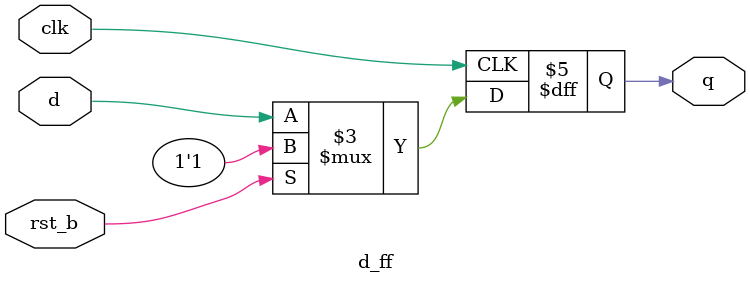
<source format=v>
module d_ff #(parameter iv = 12'h0x135)(
  input clk, rst_b, d,
  output reg q
);
  
  always @ (posedge clk)
    if (rst_b)           q <= iv;
    else                 q <= d;
endmodule
</source>
